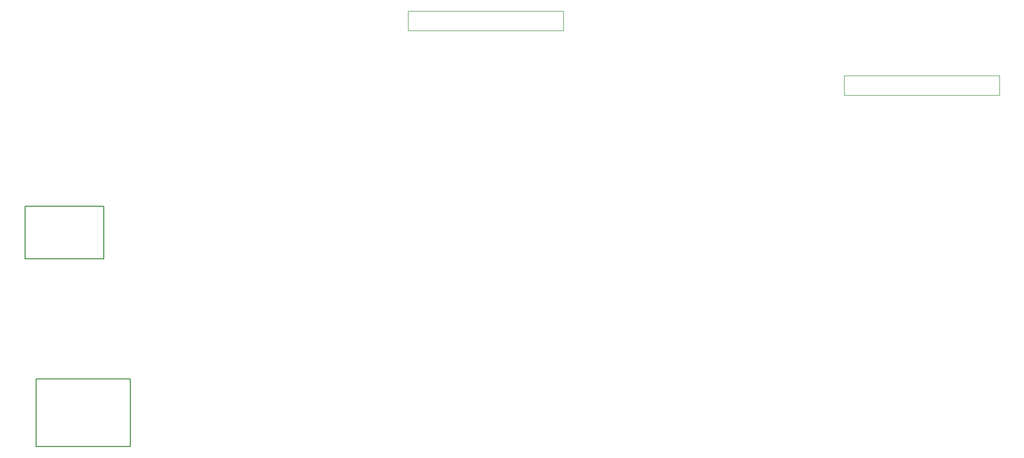
<source format=gbr>
G04 #@! TF.GenerationSoftware,KiCad,Pcbnew,7.0.9*
G04 #@! TF.CreationDate,2024-04-03T04:21:05-05:00*
G04 #@! TF.ProjectId,DG Nova CPU Tester,4447204e-6f76-4612-9043-505520546573,Rev 0*
G04 #@! TF.SameCoordinates,Original*
G04 #@! TF.FileFunction,Other,User*
%FSLAX46Y46*%
G04 Gerber Fmt 4.6, Leading zero omitted, Abs format (unit mm)*
G04 Created by KiCad (PCBNEW 7.0.9) date 2024-04-03 04:21:05*
%MOMM*%
%LPD*%
G01*
G04 APERTURE LIST*
%ADD10C,0.150000*%
%ADD11C,0.050000*%
G04 APERTURE END LIST*
D10*
X162179000Y-99822000D02*
X162179000Y-88392000D01*
X157734000Y-68072000D02*
X157734000Y-59182000D01*
X157734000Y-68072000D02*
X144399000Y-68072000D01*
X157734000Y-59182000D02*
X144399000Y-59182000D01*
X146304000Y-99822000D02*
X162179000Y-99822000D01*
X146304000Y-99822000D02*
X146304000Y-88392000D01*
X146304000Y-88392000D02*
X162179000Y-88392000D01*
X144399000Y-68072000D02*
X144399000Y-59182000D01*
D11*
X209125000Y-26163000D02*
X235375000Y-26163000D01*
X209125000Y-29463000D02*
X209125000Y-26163000D01*
X235375000Y-26163000D02*
X235375000Y-29463000D01*
X235375000Y-29463000D02*
X209125000Y-29463000D01*
X282780000Y-37085000D02*
X309030000Y-37085000D01*
X282780000Y-40385000D02*
X282780000Y-37085000D01*
X309030000Y-37085000D02*
X309030000Y-40385000D01*
X309030000Y-40385000D02*
X282780000Y-40385000D01*
M02*

</source>
